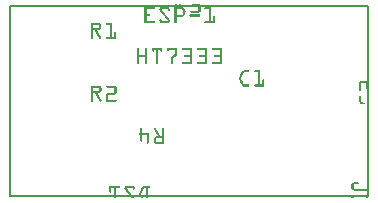
<source format=gto>
G04 MADE WITH FRITZING*
G04 WWW.FRITZING.ORG*
G04 SINGLE SIDED*
G04 HOLES NOT PLATED*
G04 CONTOUR ON CENTER OF CONTOUR VECTOR*
%ASAXBY*%
%FSLAX23Y23*%
%MOIN*%
%OFA0B0*%
%SFA1.0B1.0*%
%ADD10R,1.199070X0.644205X1.183070X0.628205*%
%ADD11C,0.008000*%
%ADD12R,0.001000X0.001000*%
%LNSILK1*%
G90*
G70*
G54D11*
X4Y640D02*
X1195Y640D01*
X1195Y4D01*
X4Y4D01*
X4Y640D01*
D02*
G54D12*
X554Y644D02*
X561Y644D01*
X567Y644D02*
X574Y644D01*
X612Y644D02*
X636Y644D01*
X554Y643D02*
X561Y643D01*
X568Y643D02*
X575Y643D01*
X611Y643D02*
X636Y643D01*
X554Y642D02*
X561Y642D01*
X568Y642D02*
X576Y642D01*
X612Y642D02*
X636Y642D01*
X554Y641D02*
X561Y641D01*
X569Y641D02*
X576Y641D01*
X612Y641D02*
X637Y641D01*
X554Y640D02*
X561Y640D01*
X570Y640D02*
X577Y640D01*
X614Y640D02*
X637Y640D01*
X554Y639D02*
X561Y639D01*
X570Y639D02*
X577Y639D01*
X630Y639D02*
X638Y639D01*
X554Y638D02*
X561Y638D01*
X571Y638D02*
X578Y638D01*
X631Y638D02*
X638Y638D01*
X554Y637D02*
X561Y637D01*
X571Y637D02*
X578Y637D01*
X632Y637D02*
X638Y637D01*
X554Y636D02*
X561Y636D01*
X572Y636D02*
X579Y636D01*
X632Y636D02*
X638Y636D01*
X452Y635D02*
X484Y635D01*
X507Y635D02*
X530Y635D01*
X552Y635D02*
X580Y635D01*
X632Y635D02*
X638Y635D01*
X654Y635D02*
X672Y635D01*
X452Y634D02*
X485Y634D01*
X505Y634D02*
X532Y634D01*
X552Y634D02*
X581Y634D01*
X632Y634D02*
X638Y634D01*
X653Y634D02*
X672Y634D01*
X452Y633D02*
X486Y633D01*
X504Y633D02*
X533Y633D01*
X552Y633D02*
X582Y633D01*
X632Y633D02*
X638Y633D01*
X652Y633D02*
X672Y633D01*
X452Y632D02*
X486Y632D01*
X503Y632D02*
X534Y632D01*
X552Y632D02*
X583Y632D01*
X632Y632D02*
X638Y632D01*
X652Y632D02*
X672Y632D01*
X452Y631D02*
X485Y631D01*
X503Y631D02*
X534Y631D01*
X552Y631D02*
X584Y631D01*
X632Y631D02*
X638Y631D01*
X652Y631D02*
X672Y631D01*
X452Y630D02*
X485Y630D01*
X502Y630D02*
X535Y630D01*
X552Y630D02*
X585Y630D01*
X632Y630D02*
X638Y630D01*
X653Y630D02*
X672Y630D01*
X452Y629D02*
X483Y629D01*
X502Y629D02*
X535Y629D01*
X552Y629D02*
X585Y629D01*
X632Y629D02*
X638Y629D01*
X654Y629D02*
X672Y629D01*
X452Y628D02*
X458Y628D01*
X502Y628D02*
X508Y628D01*
X529Y628D02*
X536Y628D01*
X552Y628D02*
X561Y628D01*
X577Y628D02*
X585Y628D01*
X632Y628D02*
X638Y628D01*
X666Y628D02*
X672Y628D01*
X452Y627D02*
X458Y627D01*
X502Y627D02*
X509Y627D01*
X530Y627D02*
X536Y627D01*
X552Y627D02*
X561Y627D01*
X577Y627D02*
X586Y627D01*
X632Y627D02*
X638Y627D01*
X666Y627D02*
X672Y627D01*
X452Y626D02*
X458Y626D01*
X502Y626D02*
X509Y626D01*
X530Y626D02*
X536Y626D01*
X552Y626D02*
X561Y626D01*
X578Y626D02*
X586Y626D01*
X632Y626D02*
X638Y626D01*
X666Y626D02*
X672Y626D01*
X452Y625D02*
X458Y625D01*
X503Y625D02*
X510Y625D01*
X530Y625D02*
X535Y625D01*
X552Y625D02*
X561Y625D01*
X578Y625D02*
X586Y625D01*
X632Y625D02*
X638Y625D01*
X666Y625D02*
X672Y625D01*
X452Y624D02*
X458Y624D01*
X503Y624D02*
X511Y624D01*
X531Y624D02*
X535Y624D01*
X552Y624D02*
X561Y624D01*
X579Y624D02*
X586Y624D01*
X632Y624D02*
X638Y624D01*
X666Y624D02*
X672Y624D01*
X452Y623D02*
X458Y623D01*
X504Y623D02*
X512Y623D01*
X532Y623D02*
X533Y623D01*
X552Y623D02*
X561Y623D01*
X579Y623D02*
X587Y623D01*
X607Y623D02*
X638Y623D01*
X666Y623D02*
X672Y623D01*
X452Y622D02*
X458Y622D01*
X505Y622D02*
X513Y622D01*
X552Y622D02*
X561Y622D01*
X580Y622D02*
X587Y622D01*
X605Y622D02*
X638Y622D01*
X666Y622D02*
X672Y622D01*
X452Y621D02*
X458Y621D01*
X505Y621D02*
X513Y621D01*
X552Y621D02*
X561Y621D01*
X580Y621D02*
X588Y621D01*
X605Y621D02*
X638Y621D01*
X666Y621D02*
X672Y621D01*
X452Y620D02*
X458Y620D01*
X506Y620D02*
X514Y620D01*
X552Y620D02*
X561Y620D01*
X580Y620D02*
X588Y620D01*
X605Y620D02*
X637Y620D01*
X666Y620D02*
X672Y620D01*
X452Y619D02*
X458Y619D01*
X507Y619D02*
X515Y619D01*
X552Y619D02*
X560Y619D01*
X580Y619D02*
X588Y619D01*
X605Y619D02*
X637Y619D01*
X666Y619D02*
X672Y619D01*
X452Y618D02*
X458Y618D01*
X508Y618D02*
X516Y618D01*
X552Y618D02*
X560Y618D01*
X580Y618D02*
X588Y618D01*
X605Y618D02*
X636Y618D01*
X666Y618D02*
X672Y618D01*
X452Y617D02*
X458Y617D01*
X508Y617D02*
X516Y617D01*
X552Y617D02*
X559Y617D01*
X580Y617D02*
X587Y617D01*
X606Y617D02*
X634Y617D01*
X666Y617D02*
X672Y617D01*
X452Y616D02*
X458Y616D01*
X509Y616D02*
X517Y616D01*
X552Y616D02*
X558Y616D01*
X580Y616D02*
X586Y616D01*
X666Y616D02*
X672Y616D01*
X452Y615D02*
X458Y615D01*
X510Y615D02*
X518Y615D01*
X552Y615D02*
X558Y615D01*
X580Y615D02*
X586Y615D01*
X666Y615D02*
X672Y615D01*
X452Y614D02*
X458Y614D01*
X511Y614D02*
X519Y614D01*
X552Y614D02*
X558Y614D01*
X580Y614D02*
X586Y614D01*
X666Y614D02*
X672Y614D01*
X452Y613D02*
X458Y613D01*
X512Y613D02*
X520Y613D01*
X552Y613D02*
X558Y613D01*
X580Y613D02*
X586Y613D01*
X666Y613D02*
X672Y613D01*
X452Y612D02*
X469Y612D01*
X512Y612D02*
X520Y612D01*
X552Y612D02*
X558Y612D01*
X580Y612D02*
X586Y612D01*
X605Y612D02*
X633Y612D01*
X666Y612D02*
X672Y612D01*
X452Y611D02*
X471Y611D01*
X513Y611D02*
X521Y611D01*
X552Y611D02*
X558Y611D01*
X579Y611D02*
X586Y611D01*
X603Y611D02*
X635Y611D01*
X666Y611D02*
X672Y611D01*
X452Y610D02*
X472Y610D01*
X514Y610D02*
X522Y610D01*
X552Y610D02*
X558Y610D01*
X578Y610D02*
X585Y610D01*
X602Y610D02*
X635Y610D01*
X666Y610D02*
X672Y610D01*
X452Y609D02*
X472Y609D01*
X515Y609D02*
X523Y609D01*
X552Y609D02*
X585Y609D01*
X602Y609D02*
X636Y609D01*
X666Y609D02*
X672Y609D01*
X452Y608D02*
X472Y608D01*
X515Y608D02*
X523Y608D01*
X552Y608D02*
X585Y608D01*
X602Y608D02*
X636Y608D01*
X666Y608D02*
X672Y608D01*
X452Y607D02*
X471Y607D01*
X516Y607D02*
X524Y607D01*
X552Y607D02*
X584Y607D01*
X602Y607D02*
X636Y607D01*
X666Y607D02*
X672Y607D01*
X452Y606D02*
X471Y606D01*
X517Y606D02*
X525Y606D01*
X552Y606D02*
X583Y606D01*
X602Y606D02*
X636Y606D01*
X666Y606D02*
X672Y606D01*
X682Y606D02*
X684Y606D01*
X452Y605D02*
X458Y605D01*
X518Y605D02*
X526Y605D01*
X552Y605D02*
X582Y605D01*
X602Y605D02*
X636Y605D01*
X666Y605D02*
X672Y605D01*
X681Y605D02*
X685Y605D01*
X452Y604D02*
X458Y604D01*
X519Y604D02*
X527Y604D01*
X552Y604D02*
X581Y604D01*
X603Y604D02*
X635Y604D01*
X666Y604D02*
X672Y604D01*
X680Y604D02*
X685Y604D01*
X452Y603D02*
X458Y603D01*
X519Y603D02*
X527Y603D01*
X552Y603D02*
X579Y603D01*
X604Y603D02*
X634Y603D01*
X666Y603D02*
X672Y603D01*
X680Y603D02*
X686Y603D01*
X452Y602D02*
X458Y602D01*
X520Y602D02*
X528Y602D01*
X552Y602D02*
X558Y602D01*
X666Y602D02*
X672Y602D01*
X680Y602D02*
X686Y602D01*
X452Y601D02*
X458Y601D01*
X521Y601D02*
X529Y601D01*
X552Y601D02*
X558Y601D01*
X666Y601D02*
X672Y601D01*
X680Y601D02*
X686Y601D01*
X452Y600D02*
X458Y600D01*
X522Y600D02*
X530Y600D01*
X552Y600D02*
X558Y600D01*
X666Y600D02*
X672Y600D01*
X680Y600D02*
X686Y600D01*
X452Y599D02*
X458Y599D01*
X522Y599D02*
X530Y599D01*
X552Y599D02*
X558Y599D01*
X666Y599D02*
X672Y599D01*
X680Y599D02*
X686Y599D01*
X452Y598D02*
X458Y598D01*
X523Y598D02*
X531Y598D01*
X552Y598D02*
X558Y598D01*
X666Y598D02*
X672Y598D01*
X680Y598D02*
X686Y598D01*
X452Y597D02*
X458Y597D01*
X524Y597D02*
X532Y597D01*
X552Y597D02*
X558Y597D01*
X666Y597D02*
X672Y597D01*
X680Y597D02*
X686Y597D01*
X452Y596D02*
X458Y596D01*
X525Y596D02*
X533Y596D01*
X552Y596D02*
X558Y596D01*
X666Y596D02*
X672Y596D01*
X680Y596D02*
X686Y596D01*
X452Y595D02*
X458Y595D01*
X525Y595D02*
X534Y595D01*
X552Y595D02*
X558Y595D01*
X666Y595D02*
X672Y595D01*
X680Y595D02*
X686Y595D01*
X452Y594D02*
X458Y594D01*
X504Y594D02*
X506Y594D01*
X526Y594D02*
X534Y594D01*
X552Y594D02*
X558Y594D01*
X666Y594D02*
X672Y594D01*
X680Y594D02*
X686Y594D01*
X452Y593D02*
X458Y593D01*
X503Y593D02*
X507Y593D01*
X527Y593D02*
X535Y593D01*
X552Y593D02*
X558Y593D01*
X666Y593D02*
X672Y593D01*
X680Y593D02*
X686Y593D01*
X452Y592D02*
X458Y592D01*
X502Y592D02*
X508Y592D01*
X528Y592D02*
X535Y592D01*
X552Y592D02*
X558Y592D01*
X666Y592D02*
X672Y592D01*
X680Y592D02*
X686Y592D01*
X452Y591D02*
X458Y591D01*
X502Y591D02*
X508Y591D01*
X529Y591D02*
X536Y591D01*
X552Y591D02*
X558Y591D01*
X666Y591D02*
X672Y591D01*
X680Y591D02*
X686Y591D01*
X452Y590D02*
X458Y590D01*
X502Y590D02*
X508Y590D01*
X529Y590D02*
X536Y590D01*
X552Y590D02*
X558Y590D01*
X666Y590D02*
X672Y590D01*
X680Y590D02*
X686Y590D01*
X452Y589D02*
X458Y589D01*
X502Y589D02*
X509Y589D01*
X529Y589D02*
X536Y589D01*
X552Y589D02*
X558Y589D01*
X666Y589D02*
X672Y589D01*
X680Y589D02*
X686Y589D01*
X452Y588D02*
X484Y588D01*
X503Y588D02*
X536Y588D01*
X552Y588D02*
X558Y588D01*
X654Y588D02*
X686Y588D01*
X452Y587D02*
X485Y587D01*
X503Y587D02*
X535Y587D01*
X552Y587D02*
X558Y587D01*
X653Y587D02*
X686Y587D01*
X452Y586D02*
X486Y586D01*
X504Y586D02*
X535Y586D01*
X552Y586D02*
X558Y586D01*
X652Y586D02*
X686Y586D01*
X452Y585D02*
X486Y585D01*
X504Y585D02*
X534Y585D01*
X552Y585D02*
X558Y585D01*
X652Y585D02*
X686Y585D01*
X452Y584D02*
X486Y584D01*
X505Y584D02*
X533Y584D01*
X552Y584D02*
X558Y584D01*
X652Y584D02*
X686Y584D01*
X452Y583D02*
X485Y583D01*
X507Y583D02*
X532Y583D01*
X553Y583D02*
X557Y583D01*
X653Y583D02*
X685Y583D01*
X274Y582D02*
X301Y582D01*
X325Y582D02*
X343Y582D01*
X452Y582D02*
X484Y582D01*
X509Y582D02*
X530Y582D01*
X554Y582D02*
X556Y582D01*
X654Y582D02*
X684Y582D01*
X274Y581D02*
X303Y581D01*
X324Y581D02*
X343Y581D01*
X274Y580D02*
X304Y580D01*
X324Y580D02*
X343Y580D01*
X274Y579D02*
X305Y579D01*
X324Y579D02*
X343Y579D01*
X274Y578D02*
X305Y578D01*
X324Y578D02*
X343Y578D01*
X274Y577D02*
X306Y577D01*
X325Y577D02*
X343Y577D01*
X274Y576D02*
X306Y576D01*
X327Y576D02*
X343Y576D01*
X274Y575D02*
X280Y575D01*
X300Y575D02*
X307Y575D01*
X337Y575D02*
X343Y575D01*
X274Y574D02*
X280Y574D01*
X301Y574D02*
X307Y574D01*
X337Y574D02*
X343Y574D01*
X274Y573D02*
X280Y573D01*
X301Y573D02*
X307Y573D01*
X337Y573D02*
X343Y573D01*
X274Y572D02*
X280Y572D01*
X301Y572D02*
X307Y572D01*
X337Y572D02*
X343Y572D01*
X274Y571D02*
X280Y571D01*
X301Y571D02*
X307Y571D01*
X337Y571D02*
X343Y571D01*
X274Y570D02*
X280Y570D01*
X301Y570D02*
X307Y570D01*
X337Y570D02*
X343Y570D01*
X274Y569D02*
X280Y569D01*
X301Y569D02*
X307Y569D01*
X337Y569D02*
X343Y569D01*
X274Y568D02*
X280Y568D01*
X301Y568D02*
X307Y568D01*
X337Y568D02*
X343Y568D01*
X274Y567D02*
X280Y567D01*
X301Y567D02*
X307Y567D01*
X337Y567D02*
X343Y567D01*
X274Y566D02*
X280Y566D01*
X300Y566D02*
X307Y566D01*
X337Y566D02*
X343Y566D01*
X274Y565D02*
X306Y565D01*
X337Y565D02*
X343Y565D01*
X274Y564D02*
X306Y564D01*
X337Y564D02*
X343Y564D01*
X274Y563D02*
X305Y563D01*
X337Y563D02*
X343Y563D01*
X274Y562D02*
X305Y562D01*
X337Y562D02*
X343Y562D01*
X274Y561D02*
X304Y561D01*
X337Y561D02*
X343Y561D01*
X274Y560D02*
X302Y560D01*
X337Y560D02*
X343Y560D01*
X274Y559D02*
X300Y559D01*
X337Y559D02*
X343Y559D01*
X274Y558D02*
X280Y558D01*
X285Y558D02*
X293Y558D01*
X337Y558D02*
X343Y558D01*
X274Y557D02*
X280Y557D01*
X286Y557D02*
X293Y557D01*
X337Y557D02*
X343Y557D01*
X274Y556D02*
X280Y556D01*
X287Y556D02*
X294Y556D01*
X337Y556D02*
X343Y556D01*
X274Y555D02*
X280Y555D01*
X287Y555D02*
X294Y555D01*
X337Y555D02*
X343Y555D01*
X274Y554D02*
X280Y554D01*
X288Y554D02*
X295Y554D01*
X337Y554D02*
X343Y554D01*
X274Y553D02*
X280Y553D01*
X288Y553D02*
X296Y553D01*
X337Y553D02*
X343Y553D01*
X353Y553D02*
X355Y553D01*
X274Y552D02*
X280Y552D01*
X289Y552D02*
X296Y552D01*
X337Y552D02*
X343Y552D01*
X352Y552D02*
X356Y552D01*
X274Y551D02*
X280Y551D01*
X290Y551D02*
X297Y551D01*
X337Y551D02*
X343Y551D01*
X351Y551D02*
X357Y551D01*
X274Y550D02*
X280Y550D01*
X290Y550D02*
X297Y550D01*
X337Y550D02*
X343Y550D01*
X351Y550D02*
X357Y550D01*
X274Y549D02*
X280Y549D01*
X291Y549D02*
X298Y549D01*
X337Y549D02*
X343Y549D01*
X351Y549D02*
X357Y549D01*
X274Y548D02*
X280Y548D01*
X291Y548D02*
X299Y548D01*
X337Y548D02*
X343Y548D01*
X351Y548D02*
X357Y548D01*
X274Y547D02*
X280Y547D01*
X292Y547D02*
X299Y547D01*
X337Y547D02*
X343Y547D01*
X351Y547D02*
X357Y547D01*
X274Y546D02*
X280Y546D01*
X292Y546D02*
X300Y546D01*
X337Y546D02*
X343Y546D01*
X351Y546D02*
X357Y546D01*
X274Y545D02*
X280Y545D01*
X293Y545D02*
X300Y545D01*
X337Y545D02*
X343Y545D01*
X351Y545D02*
X357Y545D01*
X274Y544D02*
X280Y544D01*
X294Y544D02*
X301Y544D01*
X337Y544D02*
X343Y544D01*
X351Y544D02*
X357Y544D01*
X274Y543D02*
X280Y543D01*
X294Y543D02*
X301Y543D01*
X337Y543D02*
X343Y543D01*
X351Y543D02*
X357Y543D01*
X274Y542D02*
X280Y542D01*
X295Y542D02*
X302Y542D01*
X337Y542D02*
X343Y542D01*
X351Y542D02*
X357Y542D01*
X274Y541D02*
X280Y541D01*
X295Y541D02*
X303Y541D01*
X337Y541D02*
X343Y541D01*
X351Y541D02*
X357Y541D01*
X274Y540D02*
X280Y540D01*
X296Y540D02*
X303Y540D01*
X337Y540D02*
X343Y540D01*
X351Y540D02*
X357Y540D01*
X274Y539D02*
X280Y539D01*
X297Y539D02*
X304Y539D01*
X337Y539D02*
X343Y539D01*
X351Y539D02*
X357Y539D01*
X274Y538D02*
X280Y538D01*
X297Y538D02*
X304Y538D01*
X337Y538D02*
X343Y538D01*
X351Y538D02*
X357Y538D01*
X274Y537D02*
X280Y537D01*
X298Y537D02*
X305Y537D01*
X337Y537D02*
X343Y537D01*
X351Y537D02*
X357Y537D01*
X274Y536D02*
X280Y536D01*
X298Y536D02*
X306Y536D01*
X337Y536D02*
X344Y536D01*
X351Y536D02*
X357Y536D01*
X274Y535D02*
X280Y535D01*
X299Y535D02*
X306Y535D01*
X325Y535D02*
X357Y535D01*
X274Y534D02*
X280Y534D01*
X299Y534D02*
X307Y534D01*
X324Y534D02*
X357Y534D01*
X274Y533D02*
X280Y533D01*
X300Y533D02*
X307Y533D01*
X324Y533D02*
X357Y533D01*
X274Y532D02*
X279Y532D01*
X301Y532D02*
X307Y532D01*
X324Y532D02*
X357Y532D01*
X274Y531D02*
X279Y531D01*
X301Y531D02*
X307Y531D01*
X324Y531D02*
X357Y531D01*
X274Y530D02*
X279Y530D01*
X302Y530D02*
X306Y530D01*
X324Y530D02*
X356Y530D01*
X276Y529D02*
X277Y529D01*
X303Y529D02*
X305Y529D01*
X326Y529D02*
X355Y529D01*
X430Y499D02*
X431Y499D01*
X458Y499D02*
X458Y499D01*
X478Y499D02*
X511Y499D01*
X530Y499D02*
X561Y499D01*
X580Y499D02*
X605Y499D01*
X630Y499D02*
X655Y499D01*
X680Y499D02*
X705Y499D01*
X428Y498D02*
X432Y498D01*
X456Y498D02*
X460Y498D01*
X477Y498D02*
X511Y498D01*
X528Y498D02*
X561Y498D01*
X578Y498D02*
X608Y498D01*
X628Y498D02*
X658Y498D01*
X678Y498D02*
X708Y498D01*
X428Y497D02*
X433Y497D01*
X455Y497D02*
X461Y497D01*
X477Y497D02*
X511Y497D01*
X528Y497D02*
X561Y497D01*
X578Y497D02*
X609Y497D01*
X628Y497D02*
X659Y497D01*
X678Y497D02*
X709Y497D01*
X427Y496D02*
X433Y496D01*
X455Y496D02*
X461Y496D01*
X477Y496D02*
X511Y496D01*
X527Y496D02*
X561Y496D01*
X577Y496D02*
X610Y496D01*
X627Y496D02*
X660Y496D01*
X677Y496D02*
X710Y496D01*
X427Y495D02*
X433Y495D01*
X455Y495D02*
X461Y495D01*
X477Y495D02*
X511Y495D01*
X527Y495D02*
X561Y495D01*
X577Y495D02*
X610Y495D01*
X627Y495D02*
X660Y495D01*
X677Y495D02*
X710Y495D01*
X427Y494D02*
X433Y494D01*
X455Y494D02*
X461Y494D01*
X477Y494D02*
X511Y494D01*
X527Y494D02*
X561Y494D01*
X578Y494D02*
X611Y494D01*
X628Y494D02*
X661Y494D01*
X678Y494D02*
X711Y494D01*
X427Y493D02*
X433Y493D01*
X455Y493D02*
X461Y493D01*
X477Y493D02*
X511Y493D01*
X527Y493D02*
X561Y493D01*
X579Y493D02*
X611Y493D01*
X629Y493D02*
X661Y493D01*
X679Y493D02*
X711Y493D01*
X427Y492D02*
X433Y492D01*
X455Y492D02*
X461Y492D01*
X477Y492D02*
X484Y492D01*
X491Y492D02*
X497Y492D01*
X505Y492D02*
X511Y492D01*
X527Y492D02*
X534Y492D01*
X555Y492D02*
X561Y492D01*
X605Y492D02*
X611Y492D01*
X655Y492D02*
X661Y492D01*
X705Y492D02*
X711Y492D01*
X427Y491D02*
X433Y491D01*
X455Y491D02*
X461Y491D01*
X477Y491D02*
X483Y491D01*
X491Y491D02*
X497Y491D01*
X505Y491D02*
X511Y491D01*
X528Y491D02*
X533Y491D01*
X555Y491D02*
X561Y491D01*
X605Y491D02*
X611Y491D01*
X655Y491D02*
X661Y491D01*
X705Y491D02*
X711Y491D01*
X427Y490D02*
X433Y490D01*
X455Y490D02*
X461Y490D01*
X477Y490D02*
X483Y490D01*
X491Y490D02*
X497Y490D01*
X505Y490D02*
X511Y490D01*
X529Y490D02*
X532Y490D01*
X555Y490D02*
X561Y490D01*
X605Y490D02*
X611Y490D01*
X655Y490D02*
X661Y490D01*
X705Y490D02*
X711Y490D01*
X427Y489D02*
X433Y489D01*
X455Y489D02*
X461Y489D01*
X478Y489D02*
X483Y489D01*
X491Y489D02*
X497Y489D01*
X505Y489D02*
X511Y489D01*
X555Y489D02*
X561Y489D01*
X605Y489D02*
X611Y489D01*
X655Y489D02*
X661Y489D01*
X705Y489D02*
X711Y489D01*
X427Y488D02*
X433Y488D01*
X455Y488D02*
X461Y488D01*
X478Y488D02*
X483Y488D01*
X491Y488D02*
X497Y488D01*
X505Y488D02*
X510Y488D01*
X555Y488D02*
X561Y488D01*
X605Y488D02*
X611Y488D01*
X655Y488D02*
X661Y488D01*
X705Y488D02*
X711Y488D01*
X427Y487D02*
X433Y487D01*
X455Y487D02*
X461Y487D01*
X479Y487D02*
X482Y487D01*
X491Y487D02*
X497Y487D01*
X506Y487D02*
X510Y487D01*
X555Y487D02*
X561Y487D01*
X605Y487D02*
X611Y487D01*
X655Y487D02*
X661Y487D01*
X705Y487D02*
X711Y487D01*
X427Y486D02*
X433Y486D01*
X455Y486D02*
X461Y486D01*
X491Y486D02*
X497Y486D01*
X555Y486D02*
X561Y486D01*
X605Y486D02*
X611Y486D01*
X655Y486D02*
X661Y486D01*
X705Y486D02*
X711Y486D01*
X427Y485D02*
X433Y485D01*
X455Y485D02*
X461Y485D01*
X491Y485D02*
X497Y485D01*
X555Y485D02*
X561Y485D01*
X605Y485D02*
X611Y485D01*
X655Y485D02*
X661Y485D01*
X705Y485D02*
X711Y485D01*
X427Y484D02*
X433Y484D01*
X455Y484D02*
X461Y484D01*
X491Y484D02*
X497Y484D01*
X555Y484D02*
X561Y484D01*
X605Y484D02*
X611Y484D01*
X655Y484D02*
X661Y484D01*
X705Y484D02*
X711Y484D01*
X427Y483D02*
X433Y483D01*
X455Y483D02*
X461Y483D01*
X491Y483D02*
X497Y483D01*
X555Y483D02*
X561Y483D01*
X605Y483D02*
X611Y483D01*
X655Y483D02*
X661Y483D01*
X705Y483D02*
X711Y483D01*
X427Y482D02*
X433Y482D01*
X455Y482D02*
X461Y482D01*
X491Y482D02*
X497Y482D01*
X555Y482D02*
X561Y482D01*
X605Y482D02*
X611Y482D01*
X655Y482D02*
X661Y482D01*
X705Y482D02*
X711Y482D01*
X427Y481D02*
X433Y481D01*
X455Y481D02*
X461Y481D01*
X491Y481D02*
X497Y481D01*
X555Y481D02*
X561Y481D01*
X605Y481D02*
X611Y481D01*
X655Y481D02*
X661Y481D01*
X705Y481D02*
X711Y481D01*
X427Y480D02*
X433Y480D01*
X455Y480D02*
X461Y480D01*
X491Y480D02*
X497Y480D01*
X555Y480D02*
X561Y480D01*
X605Y480D02*
X611Y480D01*
X655Y480D02*
X661Y480D01*
X705Y480D02*
X711Y480D01*
X427Y479D02*
X433Y479D01*
X455Y479D02*
X461Y479D01*
X491Y479D02*
X497Y479D01*
X554Y479D02*
X561Y479D01*
X605Y479D02*
X611Y479D01*
X655Y479D02*
X661Y479D01*
X705Y479D02*
X711Y479D01*
X427Y478D02*
X433Y478D01*
X455Y478D02*
X461Y478D01*
X491Y478D02*
X497Y478D01*
X553Y478D02*
X561Y478D01*
X605Y478D02*
X611Y478D01*
X655Y478D02*
X661Y478D01*
X705Y478D02*
X711Y478D01*
X427Y477D02*
X433Y477D01*
X455Y477D02*
X461Y477D01*
X491Y477D02*
X497Y477D01*
X552Y477D02*
X561Y477D01*
X604Y477D02*
X611Y477D01*
X654Y477D02*
X661Y477D01*
X704Y477D02*
X711Y477D01*
X427Y476D02*
X433Y476D01*
X455Y476D02*
X461Y476D01*
X491Y476D02*
X497Y476D01*
X551Y476D02*
X560Y476D01*
X603Y476D02*
X610Y476D01*
X653Y476D02*
X660Y476D01*
X703Y476D02*
X710Y476D01*
X427Y475D02*
X461Y475D01*
X491Y475D02*
X497Y475D01*
X550Y475D02*
X559Y475D01*
X586Y475D02*
X610Y475D01*
X636Y475D02*
X660Y475D01*
X686Y475D02*
X710Y475D01*
X427Y474D02*
X461Y474D01*
X491Y474D02*
X497Y474D01*
X548Y474D02*
X558Y474D01*
X585Y474D02*
X610Y474D01*
X635Y474D02*
X660Y474D01*
X685Y474D02*
X710Y474D01*
X427Y473D02*
X461Y473D01*
X491Y473D02*
X497Y473D01*
X547Y473D02*
X557Y473D01*
X584Y473D02*
X609Y473D01*
X634Y473D02*
X659Y473D01*
X684Y473D02*
X709Y473D01*
X427Y472D02*
X461Y472D01*
X491Y472D02*
X497Y472D01*
X546Y472D02*
X556Y472D01*
X584Y472D02*
X608Y472D01*
X634Y472D02*
X658Y472D01*
X684Y472D02*
X708Y472D01*
X427Y471D02*
X461Y471D01*
X491Y471D02*
X497Y471D01*
X545Y471D02*
X555Y471D01*
X584Y471D02*
X609Y471D01*
X634Y471D02*
X659Y471D01*
X684Y471D02*
X709Y471D01*
X427Y470D02*
X461Y470D01*
X491Y470D02*
X497Y470D01*
X544Y470D02*
X554Y470D01*
X585Y470D02*
X610Y470D01*
X635Y470D02*
X660Y470D01*
X685Y470D02*
X710Y470D01*
X427Y469D02*
X461Y469D01*
X491Y469D02*
X497Y469D01*
X543Y469D02*
X552Y469D01*
X586Y469D02*
X610Y469D01*
X636Y469D02*
X660Y469D01*
X686Y469D02*
X710Y469D01*
X427Y468D02*
X433Y468D01*
X455Y468D02*
X461Y468D01*
X491Y468D02*
X497Y468D01*
X542Y468D02*
X551Y468D01*
X603Y468D02*
X610Y468D01*
X653Y468D02*
X660Y468D01*
X703Y468D02*
X710Y468D01*
X427Y467D02*
X433Y467D01*
X455Y467D02*
X461Y467D01*
X491Y467D02*
X497Y467D01*
X541Y467D02*
X550Y467D01*
X604Y467D02*
X611Y467D01*
X654Y467D02*
X661Y467D01*
X704Y467D02*
X711Y467D01*
X427Y466D02*
X433Y466D01*
X455Y466D02*
X461Y466D01*
X491Y466D02*
X497Y466D01*
X541Y466D02*
X549Y466D01*
X605Y466D02*
X611Y466D01*
X655Y466D02*
X661Y466D01*
X705Y466D02*
X711Y466D01*
X427Y465D02*
X433Y465D01*
X455Y465D02*
X461Y465D01*
X491Y465D02*
X497Y465D01*
X541Y465D02*
X548Y465D01*
X605Y465D02*
X611Y465D01*
X655Y465D02*
X661Y465D01*
X705Y465D02*
X711Y465D01*
X427Y464D02*
X433Y464D01*
X455Y464D02*
X461Y464D01*
X491Y464D02*
X497Y464D01*
X541Y464D02*
X547Y464D01*
X605Y464D02*
X611Y464D01*
X655Y464D02*
X661Y464D01*
X705Y464D02*
X711Y464D01*
X427Y463D02*
X433Y463D01*
X455Y463D02*
X461Y463D01*
X491Y463D02*
X497Y463D01*
X541Y463D02*
X547Y463D01*
X605Y463D02*
X611Y463D01*
X655Y463D02*
X661Y463D01*
X705Y463D02*
X711Y463D01*
X427Y462D02*
X433Y462D01*
X455Y462D02*
X461Y462D01*
X491Y462D02*
X497Y462D01*
X541Y462D02*
X547Y462D01*
X605Y462D02*
X611Y462D01*
X655Y462D02*
X661Y462D01*
X705Y462D02*
X711Y462D01*
X427Y461D02*
X433Y461D01*
X455Y461D02*
X461Y461D01*
X491Y461D02*
X497Y461D01*
X541Y461D02*
X547Y461D01*
X605Y461D02*
X611Y461D01*
X655Y461D02*
X661Y461D01*
X705Y461D02*
X711Y461D01*
X427Y460D02*
X433Y460D01*
X455Y460D02*
X461Y460D01*
X491Y460D02*
X497Y460D01*
X541Y460D02*
X547Y460D01*
X605Y460D02*
X611Y460D01*
X655Y460D02*
X661Y460D01*
X705Y460D02*
X711Y460D01*
X427Y459D02*
X433Y459D01*
X455Y459D02*
X461Y459D01*
X491Y459D02*
X497Y459D01*
X541Y459D02*
X547Y459D01*
X605Y459D02*
X611Y459D01*
X655Y459D02*
X661Y459D01*
X705Y459D02*
X711Y459D01*
X427Y458D02*
X433Y458D01*
X455Y458D02*
X461Y458D01*
X491Y458D02*
X497Y458D01*
X541Y458D02*
X547Y458D01*
X605Y458D02*
X611Y458D01*
X655Y458D02*
X661Y458D01*
X705Y458D02*
X711Y458D01*
X427Y457D02*
X433Y457D01*
X455Y457D02*
X461Y457D01*
X491Y457D02*
X497Y457D01*
X541Y457D02*
X547Y457D01*
X605Y457D02*
X611Y457D01*
X655Y457D02*
X661Y457D01*
X705Y457D02*
X711Y457D01*
X427Y456D02*
X433Y456D01*
X455Y456D02*
X461Y456D01*
X491Y456D02*
X497Y456D01*
X541Y456D02*
X547Y456D01*
X605Y456D02*
X611Y456D01*
X655Y456D02*
X661Y456D01*
X705Y456D02*
X711Y456D01*
X427Y455D02*
X433Y455D01*
X455Y455D02*
X461Y455D01*
X491Y455D02*
X497Y455D01*
X541Y455D02*
X547Y455D01*
X605Y455D02*
X611Y455D01*
X655Y455D02*
X661Y455D01*
X705Y455D02*
X711Y455D01*
X427Y454D02*
X433Y454D01*
X455Y454D02*
X461Y454D01*
X491Y454D02*
X497Y454D01*
X541Y454D02*
X547Y454D01*
X605Y454D02*
X611Y454D01*
X655Y454D02*
X661Y454D01*
X705Y454D02*
X711Y454D01*
X427Y453D02*
X433Y453D01*
X455Y453D02*
X461Y453D01*
X491Y453D02*
X497Y453D01*
X541Y453D02*
X547Y453D01*
X605Y453D02*
X611Y453D01*
X655Y453D02*
X661Y453D01*
X705Y453D02*
X711Y453D01*
X427Y452D02*
X433Y452D01*
X455Y452D02*
X461Y452D01*
X491Y452D02*
X497Y452D01*
X541Y452D02*
X547Y452D01*
X581Y452D02*
X611Y452D01*
X631Y452D02*
X661Y452D01*
X681Y452D02*
X711Y452D01*
X427Y451D02*
X433Y451D01*
X455Y451D02*
X461Y451D01*
X491Y451D02*
X497Y451D01*
X541Y451D02*
X547Y451D01*
X578Y451D02*
X611Y451D01*
X628Y451D02*
X661Y451D01*
X678Y451D02*
X711Y451D01*
X427Y450D02*
X433Y450D01*
X455Y450D02*
X461Y450D01*
X491Y450D02*
X497Y450D01*
X541Y450D02*
X547Y450D01*
X578Y450D02*
X611Y450D01*
X628Y450D02*
X661Y450D01*
X678Y450D02*
X711Y450D01*
X427Y449D02*
X433Y449D01*
X455Y449D02*
X461Y449D01*
X491Y449D02*
X497Y449D01*
X541Y449D02*
X547Y449D01*
X577Y449D02*
X610Y449D01*
X627Y449D02*
X660Y449D01*
X677Y449D02*
X710Y449D01*
X427Y448D02*
X433Y448D01*
X455Y448D02*
X461Y448D01*
X491Y448D02*
X497Y448D01*
X541Y448D02*
X547Y448D01*
X577Y448D02*
X610Y448D01*
X627Y448D02*
X660Y448D01*
X677Y448D02*
X710Y448D01*
X428Y447D02*
X433Y447D01*
X455Y447D02*
X461Y447D01*
X492Y447D02*
X497Y447D01*
X542Y447D02*
X547Y447D01*
X578Y447D02*
X609Y447D01*
X628Y447D02*
X659Y447D01*
X678Y447D02*
X709Y447D01*
X428Y446D02*
X432Y446D01*
X456Y446D02*
X460Y446D01*
X492Y446D02*
X496Y446D01*
X542Y446D02*
X546Y446D01*
X578Y446D02*
X607Y446D01*
X628Y446D02*
X657Y446D01*
X678Y446D02*
X707Y446D01*
X581Y445D02*
X604Y445D01*
X631Y445D02*
X654Y445D01*
X681Y445D02*
X704Y445D01*
X783Y424D02*
X799Y424D01*
X819Y424D02*
X837Y424D01*
X780Y423D02*
X800Y423D01*
X818Y423D02*
X837Y423D01*
X779Y422D02*
X801Y422D01*
X818Y422D02*
X837Y422D01*
X778Y421D02*
X801Y421D01*
X817Y421D02*
X837Y421D01*
X777Y420D02*
X801Y420D01*
X818Y420D02*
X837Y420D01*
X776Y419D02*
X800Y419D01*
X818Y419D02*
X837Y419D01*
X776Y418D02*
X799Y418D01*
X819Y418D02*
X837Y418D01*
X775Y417D02*
X783Y417D01*
X831Y417D02*
X837Y417D01*
X775Y416D02*
X782Y416D01*
X831Y416D02*
X837Y416D01*
X774Y415D02*
X781Y415D01*
X831Y415D02*
X837Y415D01*
X774Y414D02*
X781Y414D01*
X831Y414D02*
X837Y414D01*
X773Y413D02*
X780Y413D01*
X831Y413D02*
X837Y413D01*
X773Y412D02*
X780Y412D01*
X831Y412D02*
X837Y412D01*
X772Y411D02*
X779Y411D01*
X831Y411D02*
X837Y411D01*
X772Y410D02*
X779Y410D01*
X831Y410D02*
X837Y410D01*
X771Y409D02*
X778Y409D01*
X831Y409D02*
X837Y409D01*
X771Y408D02*
X778Y408D01*
X831Y408D02*
X837Y408D01*
X770Y407D02*
X777Y407D01*
X831Y407D02*
X837Y407D01*
X770Y406D02*
X777Y406D01*
X831Y406D02*
X837Y406D01*
X769Y405D02*
X776Y405D01*
X831Y405D02*
X837Y405D01*
X769Y404D02*
X776Y404D01*
X831Y404D02*
X837Y404D01*
X769Y403D02*
X775Y403D01*
X831Y403D02*
X837Y403D01*
X768Y402D02*
X775Y402D01*
X831Y402D02*
X837Y402D01*
X768Y401D02*
X774Y401D01*
X831Y401D02*
X837Y401D01*
X768Y400D02*
X774Y400D01*
X831Y400D02*
X837Y400D01*
X768Y399D02*
X774Y399D01*
X831Y399D02*
X837Y399D01*
X767Y398D02*
X774Y398D01*
X831Y398D02*
X837Y398D01*
X767Y397D02*
X773Y397D01*
X831Y397D02*
X837Y397D01*
X768Y396D02*
X774Y396D01*
X831Y396D02*
X837Y396D01*
X768Y395D02*
X774Y395D01*
X831Y395D02*
X837Y395D01*
X768Y394D02*
X774Y394D01*
X831Y394D02*
X837Y394D01*
X846Y394D02*
X850Y394D01*
X768Y393D02*
X775Y393D01*
X831Y393D02*
X837Y393D01*
X845Y393D02*
X851Y393D01*
X768Y392D02*
X775Y392D01*
X831Y392D02*
X837Y392D01*
X845Y392D02*
X851Y392D01*
X769Y391D02*
X776Y391D01*
X831Y391D02*
X837Y391D01*
X845Y391D02*
X851Y391D01*
X769Y390D02*
X776Y390D01*
X831Y390D02*
X837Y390D01*
X845Y390D02*
X851Y390D01*
X770Y389D02*
X777Y389D01*
X831Y389D02*
X837Y389D01*
X845Y389D02*
X851Y389D01*
X1174Y389D02*
X1191Y389D01*
X770Y388D02*
X777Y388D01*
X831Y388D02*
X837Y388D01*
X845Y388D02*
X851Y388D01*
X1171Y388D02*
X1194Y388D01*
X771Y387D02*
X778Y387D01*
X831Y387D02*
X837Y387D01*
X845Y387D02*
X851Y387D01*
X1170Y387D02*
X1195Y387D01*
X771Y386D02*
X778Y386D01*
X831Y386D02*
X837Y386D01*
X845Y386D02*
X851Y386D01*
X1169Y386D02*
X1196Y386D01*
X772Y385D02*
X779Y385D01*
X831Y385D02*
X837Y385D01*
X845Y385D02*
X851Y385D01*
X1168Y385D02*
X1197Y385D01*
X772Y384D02*
X779Y384D01*
X831Y384D02*
X837Y384D01*
X845Y384D02*
X851Y384D01*
X1168Y384D02*
X1197Y384D01*
X773Y383D02*
X780Y383D01*
X831Y383D02*
X837Y383D01*
X845Y383D02*
X851Y383D01*
X1168Y383D02*
X1197Y383D01*
X773Y382D02*
X780Y382D01*
X831Y382D02*
X837Y382D01*
X845Y382D02*
X851Y382D01*
X1168Y382D02*
X1174Y382D01*
X1191Y382D02*
X1197Y382D01*
X774Y381D02*
X781Y381D01*
X831Y381D02*
X837Y381D01*
X845Y381D02*
X851Y381D01*
X1168Y381D02*
X1174Y381D01*
X1191Y381D02*
X1197Y381D01*
X774Y380D02*
X781Y380D01*
X831Y380D02*
X837Y380D01*
X845Y380D02*
X851Y380D01*
X1168Y380D02*
X1174Y380D01*
X1191Y380D02*
X1197Y380D01*
X775Y379D02*
X782Y379D01*
X831Y379D02*
X837Y379D01*
X845Y379D02*
X851Y379D01*
X1168Y379D02*
X1174Y379D01*
X1191Y379D02*
X1197Y379D01*
X775Y378D02*
X783Y378D01*
X831Y378D02*
X837Y378D01*
X845Y378D02*
X851Y378D01*
X1168Y378D02*
X1174Y378D01*
X1191Y378D02*
X1197Y378D01*
X776Y377D02*
X799Y377D01*
X820Y377D02*
X851Y377D01*
X1168Y377D02*
X1174Y377D01*
X1191Y377D02*
X1197Y377D01*
X776Y376D02*
X800Y376D01*
X818Y376D02*
X851Y376D01*
X1168Y376D02*
X1174Y376D01*
X1191Y376D02*
X1197Y376D01*
X777Y375D02*
X801Y375D01*
X818Y375D02*
X851Y375D01*
X1168Y375D02*
X1174Y375D01*
X1191Y375D02*
X1197Y375D01*
X778Y374D02*
X801Y374D01*
X817Y374D02*
X851Y374D01*
X1168Y374D02*
X1174Y374D01*
X1191Y374D02*
X1197Y374D01*
X275Y373D02*
X301Y373D01*
X326Y373D02*
X354Y373D01*
X779Y373D02*
X801Y373D01*
X818Y373D02*
X851Y373D01*
X1168Y373D02*
X1174Y373D01*
X1191Y373D02*
X1197Y373D01*
X275Y372D02*
X303Y372D01*
X325Y372D02*
X356Y372D01*
X780Y372D02*
X800Y372D01*
X818Y372D02*
X850Y372D01*
X1168Y372D02*
X1174Y372D01*
X1191Y372D02*
X1197Y372D01*
X275Y371D02*
X305Y371D01*
X325Y371D02*
X357Y371D01*
X782Y371D02*
X799Y371D01*
X819Y371D02*
X849Y371D01*
X1168Y371D02*
X1174Y371D01*
X1191Y371D02*
X1197Y371D01*
X275Y370D02*
X306Y370D01*
X325Y370D02*
X357Y370D01*
X1168Y370D02*
X1174Y370D01*
X1191Y370D02*
X1197Y370D01*
X275Y369D02*
X306Y369D01*
X325Y369D02*
X358Y369D01*
X1168Y369D02*
X1174Y369D01*
X1191Y369D02*
X1197Y369D01*
X275Y368D02*
X307Y368D01*
X325Y368D02*
X358Y368D01*
X1168Y368D02*
X1174Y368D01*
X1191Y368D02*
X1197Y368D01*
X275Y367D02*
X307Y367D01*
X327Y367D02*
X358Y367D01*
X1168Y367D02*
X1174Y367D01*
X1191Y367D02*
X1197Y367D01*
X275Y366D02*
X281Y366D01*
X301Y366D02*
X308Y366D01*
X352Y366D02*
X358Y366D01*
X1168Y366D02*
X1174Y366D01*
X1191Y366D02*
X1197Y366D01*
X275Y365D02*
X281Y365D01*
X302Y365D02*
X308Y365D01*
X352Y365D02*
X358Y365D01*
X1168Y365D02*
X1174Y365D01*
X1191Y365D02*
X1197Y365D01*
X275Y364D02*
X281Y364D01*
X302Y364D02*
X308Y364D01*
X352Y364D02*
X358Y364D01*
X1168Y364D02*
X1174Y364D01*
X1191Y364D02*
X1197Y364D01*
X275Y363D02*
X281Y363D01*
X302Y363D02*
X308Y363D01*
X352Y363D02*
X358Y363D01*
X1168Y363D02*
X1174Y363D01*
X1191Y363D02*
X1197Y363D01*
X275Y362D02*
X281Y362D01*
X302Y362D02*
X308Y362D01*
X352Y362D02*
X358Y362D01*
X1168Y362D02*
X1174Y362D01*
X1191Y362D02*
X1197Y362D01*
X275Y361D02*
X281Y361D01*
X302Y361D02*
X308Y361D01*
X352Y361D02*
X358Y361D01*
X1168Y361D02*
X1174Y361D01*
X275Y360D02*
X281Y360D01*
X302Y360D02*
X308Y360D01*
X352Y360D02*
X358Y360D01*
X1168Y360D02*
X1174Y360D01*
X275Y359D02*
X281Y359D01*
X302Y359D02*
X308Y359D01*
X352Y359D02*
X358Y359D01*
X1168Y359D02*
X1174Y359D01*
X275Y358D02*
X281Y358D01*
X302Y358D02*
X308Y358D01*
X352Y358D02*
X358Y358D01*
X1168Y358D02*
X1174Y358D01*
X275Y357D02*
X281Y357D01*
X301Y357D02*
X308Y357D01*
X352Y357D02*
X358Y357D01*
X1168Y357D02*
X1173Y357D01*
X275Y356D02*
X307Y356D01*
X352Y356D02*
X358Y356D01*
X1168Y356D02*
X1173Y356D01*
X275Y355D02*
X307Y355D01*
X352Y355D02*
X358Y355D01*
X1170Y355D02*
X1172Y355D01*
X275Y354D02*
X306Y354D01*
X352Y354D02*
X358Y354D01*
X275Y353D02*
X306Y353D01*
X352Y353D02*
X358Y353D01*
X275Y352D02*
X305Y352D01*
X352Y352D02*
X358Y352D01*
X275Y351D02*
X304Y351D01*
X352Y351D02*
X358Y351D01*
X275Y350D02*
X302Y350D01*
X330Y350D02*
X358Y350D01*
X275Y349D02*
X281Y349D01*
X286Y349D02*
X294Y349D01*
X328Y349D02*
X358Y349D01*
X275Y348D02*
X281Y348D01*
X287Y348D02*
X294Y348D01*
X327Y348D02*
X358Y348D01*
X275Y347D02*
X281Y347D01*
X288Y347D02*
X295Y347D01*
X326Y347D02*
X357Y347D01*
X275Y346D02*
X281Y346D01*
X288Y346D02*
X295Y346D01*
X325Y346D02*
X357Y346D01*
X275Y345D02*
X281Y345D01*
X289Y345D02*
X296Y345D01*
X325Y345D02*
X356Y345D01*
X275Y344D02*
X281Y344D01*
X289Y344D02*
X296Y344D01*
X325Y344D02*
X354Y344D01*
X275Y343D02*
X281Y343D01*
X290Y343D02*
X297Y343D01*
X325Y343D02*
X331Y343D01*
X275Y342D02*
X281Y342D01*
X290Y342D02*
X298Y342D01*
X325Y342D02*
X331Y342D01*
X275Y341D02*
X281Y341D01*
X291Y341D02*
X298Y341D01*
X325Y341D02*
X331Y341D01*
X275Y340D02*
X281Y340D01*
X292Y340D02*
X299Y340D01*
X325Y340D02*
X331Y340D01*
X275Y339D02*
X281Y339D01*
X292Y339D02*
X299Y339D01*
X325Y339D02*
X331Y339D01*
X1170Y339D02*
X1171Y339D01*
X275Y338D02*
X281Y338D01*
X293Y338D02*
X300Y338D01*
X325Y338D02*
X331Y338D01*
X1169Y338D02*
X1173Y338D01*
X275Y337D02*
X281Y337D01*
X293Y337D02*
X301Y337D01*
X325Y337D02*
X331Y337D01*
X1168Y337D02*
X1173Y337D01*
X275Y336D02*
X281Y336D01*
X294Y336D02*
X301Y336D01*
X325Y336D02*
X331Y336D01*
X1168Y336D02*
X1174Y336D01*
X275Y335D02*
X281Y335D01*
X295Y335D02*
X302Y335D01*
X325Y335D02*
X331Y335D01*
X1168Y335D02*
X1174Y335D01*
X275Y334D02*
X281Y334D01*
X295Y334D02*
X302Y334D01*
X325Y334D02*
X331Y334D01*
X1168Y334D02*
X1174Y334D01*
X275Y333D02*
X281Y333D01*
X296Y333D02*
X303Y333D01*
X325Y333D02*
X331Y333D01*
X1168Y333D02*
X1174Y333D01*
X275Y332D02*
X281Y332D01*
X296Y332D02*
X303Y332D01*
X325Y332D02*
X331Y332D01*
X1168Y332D02*
X1174Y332D01*
X275Y331D02*
X281Y331D01*
X297Y331D02*
X304Y331D01*
X325Y331D02*
X331Y331D01*
X1168Y331D02*
X1174Y331D01*
X275Y330D02*
X281Y330D01*
X297Y330D02*
X305Y330D01*
X325Y330D02*
X331Y330D01*
X1168Y330D02*
X1174Y330D01*
X275Y329D02*
X281Y329D01*
X298Y329D02*
X305Y329D01*
X325Y329D02*
X331Y329D01*
X1168Y329D02*
X1174Y329D01*
X275Y328D02*
X281Y328D01*
X299Y328D02*
X306Y328D01*
X325Y328D02*
X331Y328D01*
X1168Y328D02*
X1174Y328D01*
X275Y327D02*
X281Y327D01*
X299Y327D02*
X306Y327D01*
X325Y327D02*
X331Y327D01*
X1168Y327D02*
X1174Y327D01*
X275Y326D02*
X281Y326D01*
X300Y326D02*
X307Y326D01*
X325Y326D02*
X356Y326D01*
X1168Y326D02*
X1174Y326D01*
X275Y325D02*
X281Y325D01*
X300Y325D02*
X308Y325D01*
X325Y325D02*
X357Y325D01*
X1168Y325D02*
X1174Y325D01*
X275Y324D02*
X281Y324D01*
X301Y324D02*
X308Y324D01*
X325Y324D02*
X358Y324D01*
X1168Y324D02*
X1174Y324D01*
X275Y323D02*
X281Y323D01*
X302Y323D02*
X308Y323D01*
X325Y323D02*
X358Y323D01*
X1168Y323D02*
X1174Y323D01*
X275Y322D02*
X280Y322D01*
X302Y322D02*
X308Y322D01*
X325Y322D02*
X358Y322D01*
X1168Y322D02*
X1174Y322D01*
X275Y321D02*
X280Y321D01*
X303Y321D02*
X307Y321D01*
X325Y321D02*
X357Y321D01*
X1168Y321D02*
X1174Y321D01*
X277Y320D02*
X279Y320D01*
X304Y320D02*
X306Y320D01*
X325Y320D02*
X356Y320D01*
X1168Y320D02*
X1175Y320D01*
X1168Y319D02*
X1177Y319D01*
X1169Y318D02*
X1179Y318D01*
X1169Y317D02*
X1181Y317D01*
X1170Y316D02*
X1183Y316D01*
X1171Y315D02*
X1185Y315D01*
X1172Y314D02*
X1187Y314D01*
X1174Y313D02*
X1189Y313D01*
X1176Y312D02*
X1191Y312D01*
X1191Y305D02*
X1197Y305D01*
X439Y233D02*
X442Y233D01*
X484Y233D02*
X487Y233D01*
X512Y233D02*
X515Y233D01*
X438Y232D02*
X443Y232D01*
X483Y232D02*
X488Y232D01*
X511Y232D02*
X516Y232D01*
X438Y231D02*
X444Y231D01*
X483Y231D02*
X489Y231D01*
X510Y231D02*
X516Y231D01*
X438Y230D02*
X444Y230D01*
X483Y230D02*
X489Y230D01*
X510Y230D02*
X516Y230D01*
X438Y229D02*
X444Y229D01*
X483Y229D02*
X490Y229D01*
X510Y229D02*
X516Y229D01*
X438Y228D02*
X444Y228D01*
X483Y228D02*
X491Y228D01*
X510Y228D02*
X516Y228D01*
X438Y227D02*
X444Y227D01*
X484Y227D02*
X491Y227D01*
X510Y227D02*
X516Y227D01*
X438Y226D02*
X444Y226D01*
X485Y226D02*
X492Y226D01*
X510Y226D02*
X516Y226D01*
X438Y225D02*
X444Y225D01*
X485Y225D02*
X492Y225D01*
X510Y225D02*
X516Y225D01*
X438Y224D02*
X444Y224D01*
X486Y224D02*
X493Y224D01*
X510Y224D02*
X516Y224D01*
X438Y223D02*
X444Y223D01*
X486Y223D02*
X494Y223D01*
X510Y223D02*
X516Y223D01*
X438Y222D02*
X444Y222D01*
X487Y222D02*
X494Y222D01*
X510Y222D02*
X516Y222D01*
X438Y221D02*
X444Y221D01*
X488Y221D02*
X495Y221D01*
X510Y221D02*
X516Y221D01*
X438Y220D02*
X444Y220D01*
X488Y220D02*
X495Y220D01*
X510Y220D02*
X516Y220D01*
X438Y219D02*
X444Y219D01*
X489Y219D02*
X496Y219D01*
X510Y219D02*
X516Y219D01*
X438Y218D02*
X444Y218D01*
X489Y218D02*
X496Y218D01*
X510Y218D02*
X516Y218D01*
X438Y217D02*
X444Y217D01*
X490Y217D02*
X497Y217D01*
X510Y217D02*
X516Y217D01*
X437Y216D02*
X464Y216D01*
X490Y216D02*
X498Y216D01*
X510Y216D02*
X516Y216D01*
X435Y215D02*
X465Y215D01*
X491Y215D02*
X498Y215D01*
X510Y215D02*
X516Y215D01*
X435Y214D02*
X465Y214D01*
X492Y214D02*
X499Y214D01*
X510Y214D02*
X516Y214D01*
X434Y213D02*
X465Y213D01*
X492Y213D02*
X499Y213D01*
X510Y213D02*
X516Y213D01*
X435Y212D02*
X465Y212D01*
X493Y212D02*
X500Y212D01*
X510Y212D02*
X516Y212D01*
X435Y211D02*
X465Y211D01*
X493Y211D02*
X501Y211D01*
X510Y211D02*
X516Y211D01*
X436Y210D02*
X465Y210D01*
X494Y210D02*
X501Y210D01*
X510Y210D02*
X516Y210D01*
X438Y209D02*
X444Y209D01*
X458Y209D02*
X465Y209D01*
X495Y209D02*
X502Y209D01*
X510Y209D02*
X516Y209D01*
X438Y208D02*
X444Y208D01*
X459Y208D02*
X465Y208D01*
X495Y208D02*
X502Y208D01*
X510Y208D02*
X516Y208D01*
X438Y207D02*
X444Y207D01*
X459Y207D02*
X465Y207D01*
X496Y207D02*
X503Y207D01*
X510Y207D02*
X516Y207D01*
X438Y206D02*
X444Y206D01*
X459Y206D02*
X465Y206D01*
X496Y206D02*
X503Y206D01*
X510Y206D02*
X516Y206D01*
X438Y205D02*
X444Y205D01*
X459Y205D02*
X465Y205D01*
X497Y205D02*
X504Y205D01*
X510Y205D02*
X516Y205D01*
X438Y204D02*
X444Y204D01*
X459Y204D02*
X465Y204D01*
X491Y204D02*
X516Y204D01*
X438Y203D02*
X444Y203D01*
X459Y203D02*
X465Y203D01*
X488Y203D02*
X516Y203D01*
X438Y202D02*
X444Y202D01*
X459Y202D02*
X465Y202D01*
X487Y202D02*
X516Y202D01*
X438Y201D02*
X444Y201D01*
X459Y201D02*
X465Y201D01*
X486Y201D02*
X516Y201D01*
X438Y200D02*
X444Y200D01*
X459Y200D02*
X465Y200D01*
X485Y200D02*
X516Y200D01*
X438Y199D02*
X444Y199D01*
X459Y199D02*
X465Y199D01*
X484Y199D02*
X516Y199D01*
X438Y198D02*
X444Y198D01*
X459Y198D02*
X465Y198D01*
X484Y198D02*
X516Y198D01*
X438Y197D02*
X444Y197D01*
X459Y197D02*
X465Y197D01*
X483Y197D02*
X491Y197D01*
X510Y197D02*
X516Y197D01*
X438Y196D02*
X444Y196D01*
X459Y196D02*
X465Y196D01*
X483Y196D02*
X490Y196D01*
X510Y196D02*
X516Y196D01*
X438Y195D02*
X444Y195D01*
X459Y195D02*
X465Y195D01*
X483Y195D02*
X489Y195D01*
X510Y195D02*
X516Y195D01*
X438Y194D02*
X444Y194D01*
X459Y194D02*
X465Y194D01*
X483Y194D02*
X489Y194D01*
X510Y194D02*
X516Y194D01*
X438Y193D02*
X444Y193D01*
X459Y193D02*
X465Y193D01*
X483Y193D02*
X489Y193D01*
X510Y193D02*
X516Y193D01*
X438Y192D02*
X444Y192D01*
X459Y192D02*
X465Y192D01*
X483Y192D02*
X489Y192D01*
X510Y192D02*
X516Y192D01*
X438Y191D02*
X444Y191D01*
X459Y191D02*
X465Y191D01*
X483Y191D02*
X489Y191D01*
X510Y191D02*
X516Y191D01*
X438Y190D02*
X444Y190D01*
X459Y190D02*
X465Y190D01*
X483Y190D02*
X489Y190D01*
X510Y190D02*
X516Y190D01*
X438Y189D02*
X444Y189D01*
X459Y189D02*
X465Y189D01*
X483Y189D02*
X489Y189D01*
X510Y189D02*
X516Y189D01*
X438Y188D02*
X444Y188D01*
X459Y188D02*
X465Y188D01*
X483Y188D02*
X490Y188D01*
X510Y188D02*
X516Y188D01*
X439Y187D02*
X443Y187D01*
X459Y187D02*
X465Y187D01*
X483Y187D02*
X491Y187D01*
X510Y187D02*
X516Y187D01*
X440Y186D02*
X442Y186D01*
X459Y186D02*
X465Y186D01*
X484Y186D02*
X516Y186D01*
X459Y185D02*
X465Y185D01*
X484Y185D02*
X516Y185D01*
X459Y184D02*
X465Y184D01*
X485Y184D02*
X516Y184D01*
X459Y183D02*
X465Y183D01*
X486Y183D02*
X516Y183D01*
X459Y182D02*
X464Y182D01*
X487Y182D02*
X516Y182D01*
X459Y181D02*
X464Y181D01*
X488Y181D02*
X516Y181D01*
X461Y180D02*
X463Y180D01*
X490Y180D02*
X516Y180D01*
X1150Y51D02*
X1163Y51D01*
X1148Y50D02*
X1165Y50D01*
X1146Y49D02*
X1165Y49D01*
X1145Y48D02*
X1166Y48D01*
X1144Y47D02*
X1166Y47D01*
X1143Y46D02*
X1165Y46D01*
X1143Y45D02*
X1164Y45D01*
X1142Y44D02*
X1150Y44D01*
X1142Y43D02*
X1149Y43D01*
X1142Y42D02*
X1148Y42D01*
X1142Y41D02*
X1148Y41D01*
X1142Y40D02*
X1148Y40D01*
X337Y39D02*
X367Y39D01*
X390Y39D02*
X413Y39D01*
X450Y39D02*
X467Y39D01*
X1142Y39D02*
X1148Y39D01*
X336Y38D02*
X368Y38D01*
X388Y38D02*
X415Y38D01*
X448Y38D02*
X468Y38D01*
X1142Y38D02*
X1148Y38D01*
X335Y37D02*
X369Y37D01*
X387Y37D02*
X416Y37D01*
X446Y37D02*
X469Y37D01*
X1142Y37D02*
X1148Y37D01*
X335Y36D02*
X369Y36D01*
X387Y36D02*
X417Y36D01*
X445Y36D02*
X469Y36D01*
X1142Y36D02*
X1148Y36D01*
X335Y35D02*
X369Y35D01*
X386Y35D02*
X418Y35D01*
X445Y35D02*
X469Y35D01*
X1142Y35D02*
X1148Y35D01*
X335Y34D02*
X368Y34D01*
X386Y34D02*
X418Y34D01*
X444Y34D02*
X468Y34D01*
X1142Y34D02*
X1148Y34D01*
X335Y33D02*
X367Y33D01*
X385Y33D02*
X418Y33D01*
X443Y33D02*
X467Y33D01*
X1142Y33D02*
X1148Y33D01*
X335Y32D02*
X341Y32D01*
X349Y32D02*
X355Y32D01*
X385Y32D02*
X391Y32D01*
X412Y32D02*
X419Y32D01*
X443Y32D02*
X450Y32D01*
X456Y32D02*
X462Y32D01*
X1142Y32D02*
X1149Y32D01*
X335Y31D02*
X341Y31D01*
X349Y31D02*
X355Y31D01*
X385Y31D02*
X392Y31D01*
X413Y31D02*
X419Y31D01*
X442Y31D02*
X450Y31D01*
X456Y31D02*
X462Y31D01*
X1142Y31D02*
X1150Y31D01*
X335Y30D02*
X341Y30D01*
X349Y30D02*
X355Y30D01*
X385Y30D02*
X393Y30D01*
X413Y30D02*
X419Y30D01*
X442Y30D02*
X449Y30D01*
X456Y30D02*
X462Y30D01*
X1143Y30D02*
X1193Y30D01*
X335Y29D02*
X341Y29D01*
X349Y29D02*
X355Y29D01*
X386Y29D02*
X393Y29D01*
X413Y29D02*
X419Y29D01*
X442Y29D02*
X448Y29D01*
X456Y29D02*
X462Y29D01*
X1143Y29D02*
X1194Y29D01*
X335Y28D02*
X341Y28D01*
X349Y28D02*
X355Y28D01*
X386Y28D02*
X394Y28D01*
X414Y28D02*
X418Y28D01*
X441Y28D02*
X448Y28D01*
X456Y28D02*
X462Y28D01*
X1144Y28D02*
X1195Y28D01*
X335Y27D02*
X341Y27D01*
X349Y27D02*
X355Y27D01*
X387Y27D02*
X395Y27D01*
X415Y27D02*
X416Y27D01*
X441Y27D02*
X447Y27D01*
X456Y27D02*
X462Y27D01*
X1145Y27D02*
X1195Y27D01*
X335Y26D02*
X341Y26D01*
X349Y26D02*
X355Y26D01*
X388Y26D02*
X396Y26D01*
X440Y26D02*
X447Y26D01*
X456Y26D02*
X462Y26D01*
X1146Y26D02*
X1195Y26D01*
X335Y25D02*
X341Y25D01*
X349Y25D02*
X355Y25D01*
X388Y25D02*
X397Y25D01*
X440Y25D02*
X446Y25D01*
X456Y25D02*
X462Y25D01*
X1147Y25D02*
X1194Y25D01*
X335Y24D02*
X341Y24D01*
X349Y24D02*
X355Y24D01*
X389Y24D02*
X397Y24D01*
X439Y24D02*
X446Y24D01*
X456Y24D02*
X462Y24D01*
X1150Y24D02*
X1193Y24D01*
X335Y23D02*
X341Y23D01*
X349Y23D02*
X355Y23D01*
X390Y23D02*
X398Y23D01*
X439Y23D02*
X445Y23D01*
X456Y23D02*
X462Y23D01*
X335Y22D02*
X341Y22D01*
X349Y22D02*
X355Y22D01*
X391Y22D02*
X399Y22D01*
X438Y22D02*
X445Y22D01*
X456Y22D02*
X462Y22D01*
X335Y21D02*
X341Y21D01*
X349Y21D02*
X355Y21D01*
X392Y21D02*
X400Y21D01*
X438Y21D02*
X444Y21D01*
X456Y21D02*
X462Y21D01*
X335Y20D02*
X341Y20D01*
X349Y20D02*
X355Y20D01*
X392Y20D02*
X400Y20D01*
X437Y20D02*
X444Y20D01*
X456Y20D02*
X462Y20D01*
X335Y19D02*
X341Y19D01*
X349Y19D02*
X355Y19D01*
X393Y19D02*
X401Y19D01*
X437Y19D02*
X443Y19D01*
X456Y19D02*
X462Y19D01*
X335Y18D02*
X341Y18D01*
X349Y18D02*
X355Y18D01*
X394Y18D02*
X402Y18D01*
X436Y18D02*
X443Y18D01*
X456Y18D02*
X462Y18D01*
X336Y17D02*
X341Y17D01*
X349Y17D02*
X355Y17D01*
X395Y17D02*
X403Y17D01*
X436Y17D02*
X442Y17D01*
X456Y17D02*
X462Y17D01*
X336Y16D02*
X340Y16D01*
X349Y16D02*
X355Y16D01*
X395Y16D02*
X404Y16D01*
X436Y16D02*
X442Y16D01*
X456Y16D02*
X462Y16D01*
X349Y15D02*
X355Y15D01*
X396Y15D02*
X404Y15D01*
X435Y15D02*
X442Y15D01*
X456Y15D02*
X462Y15D01*
X349Y14D02*
X355Y14D01*
X397Y14D02*
X405Y14D01*
X435Y14D02*
X441Y14D01*
X456Y14D02*
X462Y14D01*
X349Y13D02*
X355Y13D01*
X398Y13D02*
X406Y13D01*
X435Y13D02*
X441Y13D01*
X456Y13D02*
X462Y13D01*
X349Y12D02*
X355Y12D01*
X399Y12D02*
X407Y12D01*
X435Y12D02*
X441Y12D01*
X456Y12D02*
X462Y12D01*
X349Y11D02*
X355Y11D01*
X399Y11D02*
X407Y11D01*
X435Y11D02*
X441Y11D01*
X456Y11D02*
X462Y11D01*
X349Y10D02*
X355Y10D01*
X400Y10D02*
X408Y10D01*
X435Y10D02*
X442Y10D01*
X456Y10D02*
X462Y10D01*
X349Y9D02*
X355Y9D01*
X401Y9D02*
X409Y9D01*
X436Y9D02*
X442Y9D01*
X456Y9D02*
X462Y9D01*
X349Y8D02*
X355Y8D01*
X402Y8D02*
X410Y8D01*
X436Y8D02*
X443Y8D01*
X456Y8D02*
X462Y8D01*
X349Y7D02*
X355Y7D01*
X402Y7D02*
X410Y7D01*
X436Y7D02*
X443Y7D01*
X456Y7D02*
X462Y7D01*
X349Y6D02*
X355Y6D01*
X403Y6D02*
X411Y6D01*
X437Y6D02*
X444Y6D01*
X456Y6D02*
X462Y6D01*
X349Y5D02*
X355Y5D01*
X404Y5D02*
X412Y5D01*
X437Y5D02*
X444Y5D01*
X456Y5D02*
X462Y5D01*
X349Y4D02*
X355Y4D01*
X405Y4D02*
X413Y4D01*
X438Y4D02*
X445Y4D01*
X456Y4D02*
X462Y4D01*
X1143Y4D02*
X1146Y4D01*
X1191Y4D02*
X1194Y4D01*
X349Y3D02*
X355Y3D01*
X406Y3D02*
X414Y3D01*
X438Y3D02*
X445Y3D01*
X456Y3D02*
X462Y3D01*
X1143Y3D02*
X1147Y3D01*
X1190Y3D02*
X1195Y3D01*
X349Y2D02*
X355Y2D01*
X406Y2D02*
X414Y2D01*
X439Y2D02*
X446Y2D01*
X456Y2D02*
X462Y2D01*
X1142Y2D02*
X1148Y2D01*
X1189Y2D02*
X1195Y2D01*
X349Y1D02*
X355Y1D01*
X407Y1D02*
X415Y1D01*
X439Y1D02*
X446Y1D01*
X456Y1D02*
X462Y1D01*
X1142Y1D02*
X1148Y1D01*
X1189Y1D02*
X1195Y1D01*
X349Y0D02*
X355Y0D01*
X408Y0D02*
X416Y0D01*
X440Y0D02*
X447Y0D01*
X456Y0D02*
X462Y0D01*
X1142Y0D02*
X1148Y0D01*
X1189Y0D02*
X1195Y0D01*
X349Y-1D02*
X355Y-1D01*
X409Y-1D02*
X417Y-1D01*
X440Y-1D02*
X447Y-1D01*
X456Y-1D02*
X462Y-1D01*
X1142Y-1D02*
X1148Y-1D01*
X1189Y-1D02*
X1195Y-1D01*
D02*
G04 End of Silk1*
M02*
</source>
